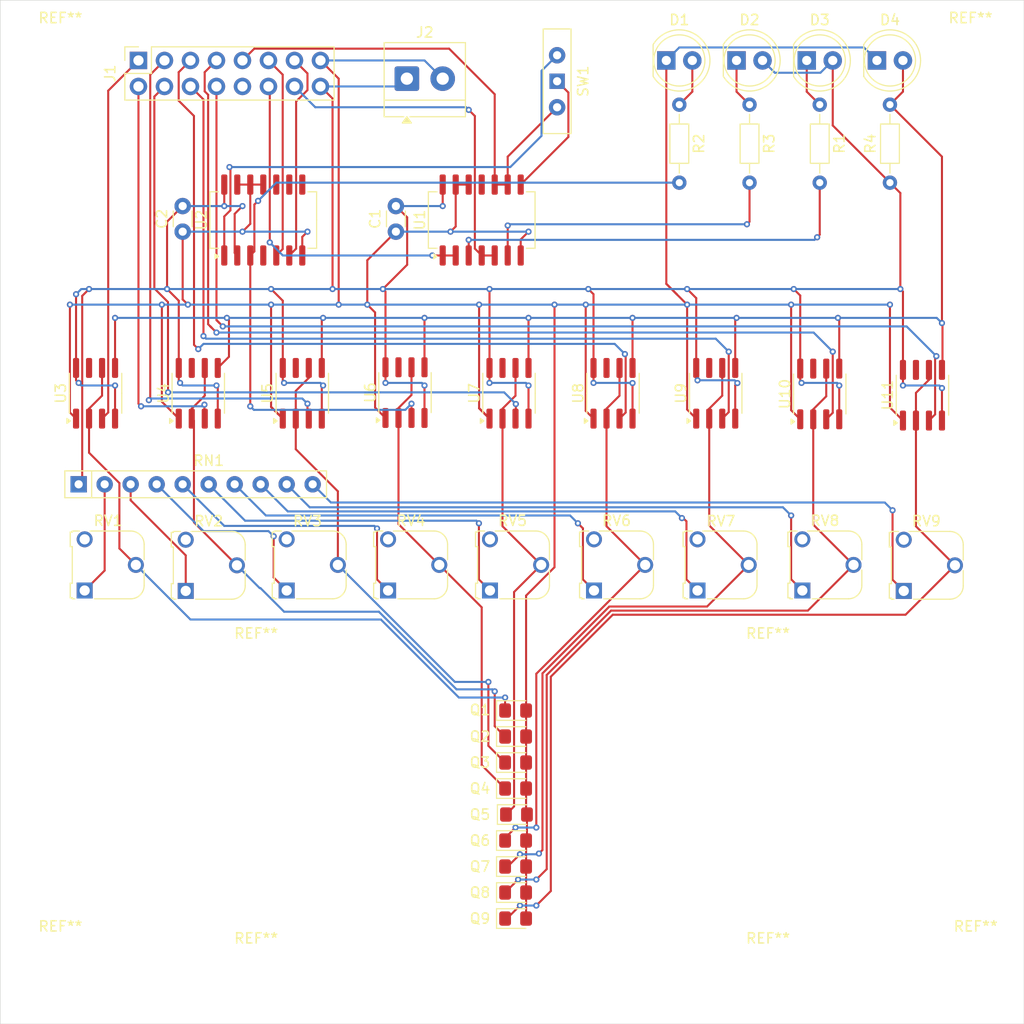
<source format=kicad_pcb>
(kicad_pcb (version 20241229) (generator "pcbnew") (generator_version "9.0")
  (layers (0 "F.Cu" signal) (2 "B.Cu" signal) (13 "F.Paste" user) (15 "B.Paste" user) (5 "F.SilkS" user "F.Silkscreen") (7 "B.SilkS" user "B.Silkscreen") (1 "F.Mask" user) (3 "B.Mask" user) (25 "Edge.Cuts" user))
  (net 0 "")
  (net 1 "Net-(Q1-C)")
  (net 2 "GND")
  (net 3 "Net-(Q2-C)")
  (net 4 "Net-(Q3-C)")
  (net 5 "Net-(Q4-C)")
  (net 6 "Net-(Q5-C)")
  (net 7 "Net-(Q6-C)")
  (net 8 "Net-(Q7-C)")
  (net 9 "Net-(Q8-C)")
  (net 10 "Net-(Q9-C)")
  (net 11 "+5V")
  (net 12 "Net-(D4-A)")
  (net 13 "D0")
  (net 14 "D1")
  (net 16 "D2")
  (net 18 "D3")
  (net 21 "D4")
  (net 23 "D5")
  (net 24 "D6")
  (net 27 "D7")
  (net 28 "Net-(D1-A)")
  (net 29 "Net-(D2-K)")
  (net 30 "Net-(D3-K)")
  (net 31 "RDA")
  (net 32 "ACK{slash}ACKB")
  (net 33 "S1")
  (net 35 "S2")
  (net 36 "RDAB")
  (net 37 "Net-(R1-Pad2)")
  (net 38 "Net-(U2A-C)")
  (net 39 "Net-(R3-Pad2)")
  (net 40 "Net-(SW1-B)")
  (net 41 "Net-(SW1-A)")
  (net 49 "Net-(RN1-R4)")
  (net 50 "Net-(RN1-R2)")
  (net 51 "Net-(RN1-R1)")
  (net 52 "Net-(RN1-R9)")
  (net 53 "Net-(RN1-R5)")
  (net 54 "Net-(RN1-R7)")
  (net 55 "Net-(RN1-R8)")
  (net 56 "Net-(RN1-R3)")
  (net 57 "Net-(RN1-R6)")
  (footprint "Capacitor_THT:C_Disc_D3.0mm_W1.6mm_P2.50mm" (layer "F.Cu") (at 67.818 70.104 -90)
    (property "Reference" "C2")
    (property "Value" "0.1uF" (hide yes))
  )
  (footprint "Package_SO:SOIC-8_3.9x4.9mm_P1.27mm" (layer "F.Cu") (at 89.535 88.327 90)
    (property "Reference" "U6")
    (property "Value" "ICM7555xB")
  )
  (footprint "LED_SMD:LED_0805_2012Metric_Pad1.15x1.40mm_HandSolder" (layer "F.Cu") (at 100.339 119.38)
    (property "Reference" "Q1")
    (property "Value" "H10TB" (hide yes))
  )
  (footprint "Package_SO:SO-14_5.3x10.2mm_P1.27mm" (layer "F.Cu") (at 75.692 71.4675 90)
    (property "Reference" "U2")
    (property "Value" "74LS74")
  )
  (footprint "Potentiometer_THT:Potentiometer_Runtron_RM-065_Vertical" (layer "F.Cu") (at 87.884 107.656 90)
    (property "Reference" "RV4")
    (property "Value" "10K" (hide yes))
  )
  (footprint "Potentiometer_THT:Potentiometer_Runtron_RM-065_Vertical" (layer "F.Cu") (at 58.246 107.656 90)
    (property "Reference" "RV1")
    (property "Value" "10K" (hide yes))
  )
  (footprint "MountingHole:MountingHole_2.2mm_M2" (layer "F.Cu") (at 75 115)
    (property "Reference" "REF**")
    (property "Value" "M5")
  )
  (footprint "MountingHole:MountingHole_2.2mm_M2" (layer "F.Cu") (at 75 144.78)
    (property "Reference" "REF**")
    (property "Value" "M6")
  )
  (footprint "LED_SMD:LED_0805_2012Metric_Pad1.15x1.40mm_HandSolder" (layer "F.Cu") (at 100.424 129.54)
    (property "Reference" "Q5")
    (property "Value" "H10TB" (hide yes))
  )
  (footprint "Package_SO:SO-14_5.3x10.2mm_P1.27mm" (layer "F.Cu") (at 97.028 71.4675 90)
    (property "Reference" "U1")
    (property "Value" "74LS37")
  )
  (footprint "Button_Switch_THT:SW_Slide-03_Wuerth-WS-SLTV_10x2.5x6.4_P2.54mm" (layer "F.Cu") (at 104.394 57.912 -90)
    (property "Reference" "SW1")
    (property "Value" "ACK or ACKB")
  )
  (footprint "Potentiometer_THT:Potentiometer_Runtron_RM-065_Vertical" (layer "F.Cu") (at 118.11 107.656 90)
    (property "Reference" "RV7")
    (property "Value" "10K" (hide yes))
  )
  (footprint "LED_THT:LED_D5.0mm" (layer "F.Cu") (at 128.778 55.88)
    (property "Reference" "D3")
    (property "Value" "LED" (hide yes))
  )
  (footprint "Potentiometer_THT:Potentiometer_Runtron_RM-065_Vertical" (layer "F.Cu") (at 97.836 107.656 90)
    (property "Reference" "RV5")
    (property "Value" "10K" (hide yes))
  )
  (footprint "Potentiometer_THT:Potentiometer_Runtron_RM-065_Vertical" (layer "F.Cu") (at 77.978 107.656 90)
    (property "Reference" "RV3")
    (property "Value" "10K" (hide yes))
  )
  (footprint "Potentiometer_THT:Potentiometer_Runtron_RM-065_Vertical" (layer "F.Cu") (at 128.35 107.656 90)
    (property "Reference" "RV8")
    (property "Value" "10K" (hide yes))
  )
  (footprint "LED_THT:LED_D5.0mm" (layer "F.Cu") (at 115.062 55.88)
    (property "Reference" "D1")
    (property "Value" "LED" (hide yes))
  )
  (footprint "Connector_PinSocket_2.54mm:PinSocket_2x08_P2.54mm_Vertical" (layer "F.Cu") (at 63.5 55.88 90)
    (property "Reference" "J1")
    (property "Value" "Data and power connector")
  )
  (footprint "Potentiometer_THT:Potentiometer_Runtron_RM-065_Vertical" (layer "F.Cu") (at 68.118 107.696 90)
    (property "Reference" "RV2")
    (property "Value" "10K" (hide yes))
  )
  (footprint "LED_SMD:LED_0805_2012Metric_Pad1.15x1.40mm_HandSolder" (layer "F.Cu") (at 100.339 132.08)
    (property "Reference" "Q6")
    (property "Value" "H10TB" (hide yes))
  )
  (footprint "Resistor_THT:R_Axial_DIN0204_L3.6mm_D1.6mm_P7.62mm_Horizontal" (layer "F.Cu") (at 116.332 60.198 -90)
    (property "Reference" "R2")
    (property "Value" "220")
  )
  (footprint "Package_SO:SOIC-8_3.9x4.9mm_P1.27mm" (layer "F.Cu") (at 69.342 88.392 90)
    (property "Reference" "U4")
    (property "Value" "ICM7555xB")
  )
  (footprint "Package_SO:SOIC-8_3.9x4.9mm_P1.27mm" (layer "F.Cu") (at 140.081 88.581 90)
    (property "Reference" "U11")
    (property "Value" "ICM7555xB")
  )
  (footprint "LED_THT:LED_D5.0mm" (layer "F.Cu") (at 121.92 55.88)
    (property "Reference" "D2")
    (property "Value" "LED" (hide yes))
  )
  (footprint "TerminalBlock_4Ucon:TerminalBlock_4Ucon_1x02_P3.50mm_Horizontal" (layer "F.Cu") (at 89.718 57.658)
    (property "Reference" "J2")
    (property "Value" "Illumination Power Jack")
  )
  (footprint "Package_SO:SOIC-8_3.9x4.9mm_P1.27mm" (layer "F.Cu") (at 59.309 88.392 90)
    (property "Reference" "U3")
    (property "Value" "ICM7555xB")
  )
  (footprint "MountingHole:MountingHole_3.2mm_M3" (layer "F.Cu") (at 55.88 144.78)
    (property "Reference" "REF**")
    (property "Value" "M2")
  )
  (footprint "MountingHole:MountingHole_3.2mm_M3" (layer "F.Cu") (at 144.78 144.78)
    (property "Reference" "REF**")
    (property "Value" "M4")
  )
  (footprint "Package_SO:SOIC-8_3.9x4.9mm_P1.27mm" (layer "F.Cu") (at 99.695 88.392 90)
    (property "Reference" "U7")
    (property "Value" "ICM7555xB")
  )
  (footprint "LED_THT:LED_D5.0mm" (layer "F.Cu") (at 135.636 55.88)
    (property "Reference" "D4")
    (property "Value" "LED" (hide yes))
  )
  (footprint "Capacitor_THT:C_Disc_D3.0mm_W1.6mm_P2.50mm" (layer "F.Cu") (at 88.646 70.104 -90)
    (property "Reference" "C1")
    (property "Value" "0.1uF" (hide yes))
  )
  (footprint "Potentiometer_THT:Potentiometer_Runtron_RM-065_Vertical" (layer "F.Cu") (at 107.996 107.656 90)
    (property "Reference" "RV6")
    (property "Value" "10K" (hide yes))
  )
  (footprint "MountingHole:MountingHole_2.2mm_M2" (layer "F.Cu") (at 125 144.78)
    (property "Reference" "REF**")
    (property "Value" "M8")
  )
  (footprint "Resistor_THT:R_Array_SIP10" (layer "F.Cu") (at 57.658 97.282)
    (property "Reference" "RN1")
    (property "Value" "20K" (hide yes))
  )
  (footprint "Package_SO:SOIC-8_3.9x4.9mm_P1.27mm" (layer "F.Cu") (at 119.888 88.392 90)
    (property "Reference" "U9")
    (property "Value" "ICM7555xB")
  )
  (footprint "MountingHole:MountingHole_3.2mm_M3" (layer "F.Cu") (at 144.78 55.88)
    (property "Reference" "REF**")
    (property "Value" "M3")
  )
  (footprint "MountingHole:MountingHole_2.2mm_M2" (layer "F.Cu") (at 125 115)
    (property "Reference" "REF**")
    (property "Value" "M7")
  )
  (footprint "LED_SMD:LED_0805_2012Metric_Pad1.15x1.40mm_HandSolder" (layer "F.Cu") (at 100.339 134.62)
    (property "Reference" "Q7")
    (property "Value" "H10TB" (hide yes))
  )
  (footprint "LED_SMD:LED_0805_2012Metric_Pad1.15x1.40mm_HandSolder" (layer "F.Cu") (at 100.339 127)
    (property "Reference" "Q4")
    (property "Value" "H10TB" (hide yes))
  )
  (footprint "Resistor_THT:R_Axial_DIN0204_L3.6mm_D1.6mm_P7.62mm_Horizontal" (layer "F.Cu") (at 123.19 60.198 -90)
    (property "Reference" "R3")
    (property "Value" "220")
  )
  (footprint "LED_SMD:LED_0805_2012Metric_Pad1.15x1.40mm_HandSolder" (layer "F.Cu") (at 100.339 121.92)
    (property "Reference" "Q2")
    (property "Value" "H10TB" (hide yes))
  )
  (footprint "MountingHole:MountingHole_3.2mm_M3" (layer "F.Cu") (at 55.88 55.88)
    (property "Reference" "REF**")
    (property "Value" "M1")
  )
  (footprint "Package_SO:SOIC-8_3.9x4.9mm_P1.27mm" (layer "F.Cu") (at 79.502 88.392 90)
    (property "Reference" "U5")
    (property "Value" "ICM7555xB")
  )
  (footprint "Package_SO:SOIC-8_3.9x4.9mm_P1.27mm" (layer "F.Cu") (at 130.048 88.457 90)
    (property "Reference" "U10")
    (property "Value" "ICM7555xB")
  )
  (footprint "Potentiometer_THT:Potentiometer_Runtron_RM-065_Vertical" (layer "F.Cu") (at 138.256 107.696 90)
    (property "Reference" "RV9")
    (property "Value" "10K")
  )
  (footprint "Package_SO:SOIC-8_3.9x4.9mm_P1.27mm" (layer "F.Cu") (at 109.855 88.392 90)
    (property "Reference" "U8")
    (property "Value" "ICM7555xB")
  )
  (footprint "LED_SMD:LED_0805_2012Metric_Pad1.15x1.40mm_HandSolder" (layer "F.Cu") (at 100.339 124.46)
    (property "Reference" "Q3")
    (property "Value" "H10TB" (hide yes))
  )
  (footprint "LED_SMD:LED_0805_2012Metric_Pad1.15x1.40mm_HandSolder" (layer "F.Cu") (at 100.339 137.16)
    (property "Reference" "Q8")
    (property "Value" "H10TB" (hide yes))
  )
  (footprint "Resistor_THT:R_Axial_DIN0204_L3.6mm_D1.6mm_P7.62mm_Horizontal" (layer "F.Cu") (at 130.048 60.198 -90)
    (property "Reference" "R1")
    (property "Value" "220")
  )
  (footprint "Resistor_THT:R_Axial_DIN0204_L3.6mm_D1.6mm_P7.62mm_Horizontal" (layer "F.Cu") (at 136.906 67.818 90)
    (property "Reference" "R4")
    (property "Value" "220")
  )
  (footprint "LED_SMD:LED_0805_2012Metric_Pad1.15x1.40mm_HandSolder" (layer "F.Cu") (at 100.339 139.7)
    (property "Reference" "Q9")
    (property "Value" "H10TB" (hide yes))
  )
  (gr_line (start 150 50) (end 150 150) (stroke (width 0.05)) (layer "Edge.Cuts"))
  (gr_line (start 50 150) (end 50 50) (stroke (width 0.05)) (layer "Edge.Cuts"))
  (gr_line (start 150 150) (end 50 150) (stroke (width 0.05)) (layer "Edge.Cuts"))
  (gr_line (start 50 50) (end 150 50) (stroke (width 0.05)) (layer "Edge.Cuts"))
  (segment (start 58.674 90.867) (end 58.674 89.892001) (width 0.2) (layer "F.Cu") (net 1))
  (segment (start 58.674 94.20095) (end 61.637 97.16395) (width 0.2) (layer "F.Cu") (net 1))
  (segment (start 58.674 90.867) (end 58.674 94.20095) (width 0.2) (layer "F.Cu") (net 1))
  (segment (start 58.674 89.892001) (end 59.944 88.622001) (width 0.2) (layer "F.Cu") (net 1))
  (segment (start 99.314 119.38) (end 99.314 118.11) (width 0.2) (layer "F.Cu") (net 1))
  (segment (start 59.944 88.622001) (end 59.944 85.917) (width 0.2) (layer "F.Cu") (net 1))
  (segment (start 61.637 103.547) (end 63.246 105.156) (width 0.2) (layer "F.Cu") (net 1))
  (segment (start 61.637 97.16395) (end 61.637 103.547) (width 0.2) (layer "F.Cu") (net 1))
  (via (at 99.314 118.11) (size 0.6) (drill 0.3) (layers "F.Cu" "B.Cu") (net 1))
  (segment (start 99.314 118.11) (end 94.7978 118.11) (width 0.2) (layer "B.Cu") (net 1))
  (segment (start 68.58 110.49) (end 63.246 105.156) (width 0.2) (layer "B.Cu") (net 1))
  (segment (start 94.7978 118.11) (end 87.1778 110.49) (width 0.2) (layer "B.Cu") (net 1))
  (segment (start 87.1778 110.49) (end 68.58 110.49) (width 0.2) (layer "B.Cu") (net 1))
  (segment (start 101.449 129.54) (end 101.449 131.995) (width 0.2) (layer "F.Cu") (net 2))
  (segment (start 94.488 68.005) (end 94.488 72.096) (width 0.2) (layer "F.Cu") (net 2))
  (segment (start 85.852 75.398) (end 88.646 72.604) (width 0.2) (layer "F.Cu") (net 2))
  (segment (start 86.614 80.494001) (end 86.614 89.786) (width 0.2) (layer "F.Cu") (net 2))
  (segment (start 101.364 119.38) (end 101.364 108.156765) (width 0.2) (layer "F.Cu") (net 2))
  (segment (start 100.838 73.366) (end 101.6 72.604) (width 0.2) (layer "F.Cu") (net 2))
  (segment (start 100.838 74.93) (end 100.838 73.366) (width 0.2) (layer "F.Cu") (net 2))
  (segment (start 101.364 132.08) (end 101.364 134.62) (width 0.2) (layer "F.Cu") (net 2))
  (segment (start 101.364 134.62) (end 101.364 137.16) (width 0.2) (layer "F.Cu") (net 2))
  (segment (start 138.176 91.056) (end 136.906 89.786) (width 0.2) (layer "F.Cu") (net 2))
  (segment (start 56.804 79.732001) (end 56.804 90.267) (width 0.2) (layer "F.Cu") (net 2))
  (segment (start 96.774 79.732001) (end 96.774 89.851) (width 0.2) (layer "F.Cu") (net 2))
  (segment (start 136.906 89.786) (end 136.906 79.732001) (width 0.2) (layer "F.Cu") (net 2))
  (segment (start 73.152 68.005) (end 74.422 68.005) (width 0.2) (layer "F.Cu") (net 2))
  (segment (start 67.818 79.224001) (end 67.818 72.604) (width 0.2) (layer "F.Cu") (net 2))
  (segment (start 101.364 119.38) (end 101.364 121.92) (width 0.2) (layer "F.Cu") (net 2))
  (segment (start 96.774 89.851) (end 97.4295 90.506501) (width 0.2) (layer "F.Cu") (net 2))
  (segment (start 101.364 127) (end 101.364 129.455) (width 0.2) (layer "F.Cu") (net 2))
  (segment (start 74.422 68.005) (end 74.422 71.842) (width 0.2) (layer "F.Cu") (net 2))
  (segment (start 101.449 131.995) (end 101.364 132.08) (width 0.2) (layer "F.Cu") (net 2))
  (segment (start 101.364 129.455) (end 101.449 129.54) (width 0.2) (layer "F.Cu") (net 2))
  (segment (start 76.454 89.724) (end 77.173 90.443001) (width 0.2) (layer "F.Cu") (net 2))
  (segment (start 65.786 89.216) (end 67.437 90.867) (width 0.2) (layer "F.Cu") (net 2))
  (segment (start 116.089999 78.728001) (end 117.094 79.732001) (width 0.2) (layer "F.Cu") (net 2))
  (segment (start 115.062 77.700001) (end 116.089999 78.728001) (width 0.2) (layer "F.Cu") (net 2))
  (segment (start 94.488 72.096) (end 93.98 72.604) (width 0.2) (layer "F.Cu") (net 2))
  (segment (start 101.364 124.46) (end 101.364 127) (width 0.2) (layer "F.Cu") (net 2))
  (segment (start 74.422 71.842) (end 73.66 72.604) (width 0.2) (layer "F.Cu") (net 2))
  (segment (start 127.254 90.043) (end 127.254 79.732001) (width 0.2) (layer "F.Cu") (net 2))
  (segment (start 83.058 79.732001) (end 83.058 57.658) (width 0.2) (layer "F.Cu") (net 2))
  (segment (start 76.454 89.724001) (end 77.173 90.443001) (width 0.2) (layer "F.Cu") (net 2))
  (segment (start 128.143 90.932) (end 127.254 90.043) (width 0.2) (layer "F.Cu") (net 2))
  (segment (start 76.454 89.724) (end 76.454 79.732001) (width 0.2) (layer "F.Cu") (net 2))
  (segment (start 65.786 89.216) (end 65.786 79.732001) (width 0.2) (layer "F.Cu") (net 2))
  (segment (start 86.614 89.786) (end 87.63 90.802) (width 0.2) (layer "F.Cu") (net 2))
  (segment (start 79.502 73.112) (end 80.01 72.604) (width 0.2) (layer "F.Cu") (net 2))
  (segment (start 101.364 121.92) (end 101.364 124.46) (width 0.2) (layer "F.Cu") (net 2))
  (segment (start 107.188 90.105) (end 107.188 79.732001) (width 0.2) (layer "F.Cu") (net 2))
  (segment (start 85.852 79.732001) (end 85.852 75.398) (width 0.2) (layer "F.Cu") (net 2))
  (segment (start 101.364 108.156765) (end 104.14 105.380765) (width 0.2) (layer "F.Cu") (net 2))
  (segment (start 96.774 89.851001) (end 97.4295 90.506501) (width 0.2) (layer "F.Cu") (net 2))
  (segment (start 107.188 90.105) (end 107.95 90.867) (width 0.2) (layer "F.Cu") (net 2))
  (segment (start 117.094 89.978) (end 117.094 79.732001) (width 0.2) (layer "F.Cu") (net 2))
  (segment (start 97.4295 90.506501) (end 97.79 90.867) (width 0.2) (layer "F.Cu") (net 2))
  (segment (start 117.094 89.978) (end 117.983 90.867) (width 0.2) (layer "F.Cu") (net 2))
  (segment (start 101.364 137.16) (end 101.364 139.7) (width 0.2) (layer "F.Cu") (net 2))
  (segment (start 115.062 77.700002) (end 115.062 55.88) (width 0.2) (layer "F.Cu") (net 2))
  (segment (start 96.774 89.851) (end 97.79 90.867) (width 0.2) (layer "F.Cu") (net 2))
  (segment (start 75.692 68.005) (end 74.422 68.005) (width 0.2) (layer "F.Cu") (net 2))
  (segment (start 85.852 79.732001) (end 86.614 80.494001) (width 0.2) (layer "F.Cu") (net 2))
  (segment (start 68.326 79.732001) (end 67.818 79.224001) (width 0.2) (layer "F.Cu") (net 2))
  (segment (start 76.454 89.724) (end 77.597 90.867) (width 0.2) (layer "F.Cu") (net 2))
  (segment (start 116.089999 78.728001) (end 115.062 77.700002) (width 0.2) (layer "F.Cu") (net 2))
  (segment (start 77.173 90.443001) (end 77.597 90.867) (width 0.2) (layer "F.Cu") (net 2))
  (segment (start 94.488 68.005) (end 95.758 68.005) (width 0.2) (layer "F.Cu") (net 2))
  (segment (start 79.502 74.93) (end 79.502 73.112) (width 0.2) (layer "F.Cu") (net 2))
  (segment (start 83.058 57.658) (end 81.28 55.88) (width 0.2) (layer "F.Cu") (net 2))
  (segment (start 104.14 105.380765) (end 104.14 79.732001) (width 0.2) (layer "F.Cu") (net 2))
  (segment (start 56.804 90.267) (end 57.404 90.867) (width 0.2) (layer "F.Cu") (net 2))
  (via (at 56.804 79.732001) (size 0.6) (drill 0.3) (layers "F.Cu" "B.Cu") (net 2))
  (via (at 93.98 72.604) (size 0.6) (drill 0.3) (layers "F.Cu" "B.Cu") (net 2))
  (via (at 85.852 79.732001) (size 0.6) (drill 0.3) (layers "F.Cu" "B.Cu") (net 2))
  (via (at 107.188 79.732001) (size 0.6) (drill 0.3) (layers "F.Cu" "B.Cu") (net 2))
  (via (at 127.254 79.732001) (size 0.6) (drill 0.3) (layers "F.Cu" "B.Cu") (net 2))
  (via (at 104.14 79.732001) (size 0.6) (drill 0.3) (layers "F.Cu" "B.Cu") (net 2))
  (via (at 96.774 79.732001) (size 0.6) (drill 0.3) (layers "F.Cu" "B.Cu") (net 2))
  (via (at 73.66 72.604) (size 0.6) (drill 0.3) (layers "F.Cu" "B.Cu") (net 2))
  (via (at 76.454 79.732001) (size 0.6) (drill 0.3) (layers "F.Cu" "B.Cu") (net 2))
  (via (at 136.906 79.732001) (size 0.6) (drill 0.3) (layers "F.Cu" "B.Cu") (net 2))
  (via (at 83.058 79.732001) (size 0.6) (drill 0.3) (layers "F.Cu" "B.Cu") (net 2))
  (via (at 80.01 72.604) (size 0.6) (drill 0.3) (layers "F.Cu" "B.Cu") (net 2))
  (via (at 101.6 72.604) (size 0.6) (drill 0.3) (layers "F.Cu" "B.Cu") (net 2))
  (via (at 65.786 79.732001) (size 0.6) (drill 0.3) (layers "F.Cu" "B.Cu") (net 2))
  (via (at 117.094 79.732001) (size 0.6) (drill 0.3) (layers "F.Cu" "B.Cu") (net 2))
  (via (at 68.326 79.732001) (size 0.6) (drill 0.3) (layers "F.Cu" "B.Cu") (net 2))
  (segment (start 83.058 79.732001) (end 85.852 79.732001) (width 0.2) (layer "B.Cu") (net 2))
  (segment (start 88.646 72.604) (end 93.98 72.604) (width 0.2) (layer "B.Cu") (net 2))
  (segment (start 107.188 79.732001) (end 117.094 79.732001) (width 0.2) (layer "B.Cu") (net 2))
  (segment (start 116.332 54.61) (end 134.366 54.61) (width 0.2) (layer "B.Cu") (net 2))
  (segment (start 67.818 72.604) (end 73.66 72.604) (width 0.2) (layer "B.Cu") (net 2))
  (segment (start 93.98 72.604) (end 101.6 72.604) (width 0.2) (layer "B.Cu") (net 2))
  (segment (start 65.786 79.732001) (end 56.804 79.732001) (width 0.2) (layer "B.Cu") (net 2))
  (segment (start 117.094 79.732001) (end 127.254 79.732001) (width 0.2) (layer "B.Cu") (net 2))
  (segment (start 81.28 55.88) (end 91.44 55.88) (width 0.2) (layer "B.Cu") (net 2))
  (segment (start 104.14 79.732001) (end 107.188 79.732001) (width 0.2) (layer "B.Cu") (net 2))
  (segment (start 76.454 79.732001) (end 68.326 79.732001) (width 0.2) (layer "B.Cu") (net 2))
  (segment (start 76.454 79.732001) (end 83.058 79.732001) (width 0.2) (layer "B.Cu") (net 2))
  (segment (start 134.366 54.61) (end 135.636 55.88) (width 0.2) (layer "B.Cu") (net 2))
  (segment (start 85.852 79.732001) (end 96.774 79.732001) (width 0.2) (layer "B.Cu") (net 2))
  (segment (start 96.774 79.732001) (end 104.14 79.732001) (width 0.2) (layer "B.Cu") (net 2))
  (segment (start 68.326 79.732001) (end 65.786 79.732001) (width 0.2) (layer "B.Cu") (net 2))
  (segment (start 91.44 55.88) (end 93.218 57.658) (width 0.2) (layer "B.Cu") (net 2))
  (segment (start 127.254 79.732001) (end 136.906 79.732001) (width 0.2) (layer "B.Cu") (net 2))
  (segment (start 73.66 72.604) (end 80.01 72.604) (width 0.2) (layer "B.Cu") (net 2))
  (segment (start 115.062 55.88) (end 116.332 54.61) (width 0.2) (layer "B.Cu") (net 2))
  (segment (start 68.707 90.867) (end 68.707 89.892001) (width 0.2) (layer "F.Cu") (net 3))
  (segment (start 99.314 121.92) (end 98.298 120.904) (width 0.2) (layer "F.Cu") (net 3))
  (segment (start 73.118 105.196) (end 68.919 100.997) (width 0.2) (layer "F.Cu") (net 3))
  (segment (start 98.298 120.904) (end 98.298 117.51) (width 0.2) (layer "F.Cu") (net 3))
  (segment (start 68.919 91.079) (end 68.707 90.867) (width 0.2) (layer "F.Cu") (net 3))
  (segment (start 68.707 89.892001) (end 69.977 88.622001) (width 0.2) (layer "F.Cu") (net 3))
  (segment (start 69.977 88.622001) (end 69.977 85.917) (width 0.2) (layer "F.Cu") (net 3))
  (segment (start 68.919 100.997) (end 68.919 91.079) (width 0.2) (layer "F.Cu") (net 3))
  (via (at 98.298 117.51) (size 0.6) (drill 0.3) (layers "F.Cu" "B.Cu") (net 3))
  (segment (start 77.724 109.728) (end 75.41455 107.41855) (width 0.2) (layer "B.Cu") (net 3))
  (segment (start 86.9829 109.728) (end 77.724 109.728) (width 0.2) (layer "B.Cu") (net 3))
  (segment (start 98.298 117.51) (end 98.099 117.311) (width 0.2) (layer "B.Cu") (net 3))
  (segment (start 75.34055 107.41855) (end 73.118 105.196) (width 0.2) (layer "B.Cu") (net 3))
  (segment (start 75.41455 107.41855) (end 75.34055 107.41855) (width 0.2) (layer "B.Cu") (net 3))
  (segment (start 94.5659 117.311) (end 86.9829 109.728) (width 0.2) (layer "B.Cu") (net 3))
  (segment (start 98.099 117.311) (end 94.5659 117.311) (width 0.2) (layer "B.Cu") (net 3))
  (segment (start 97.67905 116.586) (end 97.67905 122.82505) (width 0.2) (layer "F.Cu") (net 4))
  (segment (start 78.867 93.853) (end 78.867 90.867) (width 0.2) (layer "F.Cu") (net 4))
  (segment (start 82.978 97.964) (end 78.867 93.853) (width 0.2) (layer "F.Cu") (net 4))
  (segment (start 80.137 85.917) (end 80.137 86.891999) (width 0.2) (layer "F.Cu") (net 4))
  (segment (start 97.67905 122.82505) (end 99.314 124.46) (width 0.2) (layer "F.Cu") (net 4))
  (segment (start 80.137 86.891999) (end 78.867 88.161999) (width 0.2) (layer "F.Cu") (net 4))
  (segment (start 82.978 105.156) (end 82.978 97.964) (width 0.2) (layer "F.Cu") (net 4))
  (segment (start 78.867 88.161999) (end 78.867 90.867) (width 0.2) (layer "F.Cu") (net 4))
  (via (at 97.67905 116.586) (size 0.6) (drill 0.3) (layers "F.Cu" "B.Cu") (net 4))
  (segment (start 94.408 116.586) (end 82.978 105.156) (width 0.2) (layer "B.Cu") (net 4))
  (segment (start 97.67905 116.586) (end 94.408 116.586) (width 0.2) (layer "B.Cu") (net 4))
  (segment (start 88.9 90.802) (end 88.9 89.827001) (width 0.2) (layer "F.Cu") (net 5))
  (segment (start 97.028 124.714) (end 99.314 127) (width 0.2) (layer "F.Cu") (net 5))
  (segment (start 92.884 105.156) (end 88.9 101.172) (width 0.2) (layer "F.Cu") (net 5))
  (segment (start 88.9 101.172) (end 88.9 90.802) (width 0.2) (layer "F.Cu") (net 5))
  (segment (start 97.028 109.3) (end 97.028 124.714) (width 0.2) (layer "F.Cu") (net 5))
  (segment (start 92.884 105.156) (end 97.028 109.3) (width 0.2) (layer "F.Cu") (net 5))
  (segment (start 90.17 88.557001) (end 90.17 85.852) (width 0.2) (layer "F.Cu") (net 5))
  (segment (start 88.9 89.827001) (end 90.17 88.557001) (width 0.2) (layer "F.Cu") (net 5))
  (segment (start 99.06 90.867) (end 99.06 89.892001) (width 0.2) (layer "F.Cu") (net 6))
  (segment (start 100.33 88.622001) (end 100.33 85.917) (width 0.2) (layer "F.Cu") (net 6))
  (segment (start 100.19 107.802) (end 100.19 128.749) (width 0.2) (layer "F.Cu") (net 6))
  (segment (start 102.836 105.156) (end 99.06 101.38) (width 0.2) (layer "F.Cu") (net 6))
  (segment (start 100.19 128.749) (end 99.399 129.54) (width 0.2) (layer "F.Cu") (net 6))
  (segment (start 99.06 89.892001) (end 100.33 88.622001) (width 0.2) (layer "F.Cu") (net 6))
  (segment (start 99.06 101.38) (end 99.06 90.867) (width 0.2) (layer "F.Cu") (net 6))
  (segment (start 102.836 105.156) (end 100.19 107.802) (width 0.2) (layer "F.Cu") (net 6))
  (segment (start 102.362 130.81) (end 102.362 115.79) (width 0.2) (layer "F.Cu") (net 7))
  (segment (start 109.22 101.38) (end 109.22 90.867) (width 0.2) (layer "F.Cu") (net 7))
  (segment (start 112.996 105.156) (end 109.22 101.38) (width 0.2) (layer "F.Cu") (net 7))
  (segment (start 110.49 88.622001) (end 110.49 85.917) (width 0.2) (layer "F.Cu") (net 7))
  (segment (start 99.314 132.08) (end 99.314 131.826) (width 0.2) (layer "F.Cu") (net 7))
  (segment (start 102.362 115.79) (end 112.996 105.156) (width 0.2) (layer "F.Cu") (net 7))
  (segment (start 109.22 90.867) (end 109.22 89.892001) (width 0.2) (layer "F.Cu") (net 7))
  (segment (start 109.22 89.892001) (end 110.49 88.622001) (width 0.2) (layer "F.Cu") (net 7))
  (segment (start 99.314 131.826) (end 100.33 130.81) (width 0.2) (layer "F.Cu") (net 7))
  (via (at 102.362 130.81) (size 0.6) (drill 0.3) (layers "F.Cu" "B.Cu") (net 7))
  (via (at 100.33 130.81) (size 0.6) (drill 0.3) (layers "F.Cu" "B.Cu") (net 7))
  (segment (start 100.33 130.81) (end 102.362 130.81) (width 0.2) (layer "B.Cu") (net 7))
  (segment (start 123.11 105.156) (end 119.253 101.299) (width 0.2) (layer "F.Cu") (net 8))
  (segment (start 102.616 133.35) (end 102.963 133.003) (width 0.2) (layer "F.Cu") (net 8))
  (segment (start 99.564 134.62) (end 100.764 133.42) (width 0.2) (layer "F.Cu") (net 8))
  (segment (start 119.046 109.22) (end 123.11 105.156) (width 0.2) (layer "F.Cu") (net 8))
  (segment (start 120.523 88.622001) (end 120.523 85.917) (width 0.2) (layer "F.Cu") (net 8))
  (segment (start 102.963 115.7561) (end 109.4991 109.22) (width 0.2) (layer "F.Cu") (net 8))
  (segment (start 119.253 101.299) (end 119.253 90.867) (width 0.2) (layer "F.Cu") (net 8))
  (segment (start 99.314 134.62) (end 99.564 134.62) (width 0.2) (layer "F.Cu") (net 8))
  (segment (start 119.253 89.892001) (end 120.523 88.622001) (width 0.2) (layer "F.Cu") (net 8))
  (segment (start 109.4991 109.22) (end 119.046 109.22) (width 0.2) (layer "F.Cu") (net 8))
  (segment (start 102.963 133.003) (end 102.963 115.7561) (width 0.2) (layer "F.Cu") (net 8))
  (segment (start 119.253 90.867) (end 119.253 89.892001) (width 0.2) (layer "F.Cu") (net 8))
  (via (at 100.764 133.42) (size 0.6) (drill 0.3) (layers "F.Cu" "B.Cu") (net 8))
  (via (at 102.616 133.35) (size 0.6) (drill 0.3) (layers "F.Cu" "B.Cu") (net 8))
  (segment (start 100.764 133.42) (end 102.546 133.42) (width 0.2) (layer "B.Cu") (net 8))
  (segment (start 102.546 133.42) (end 102.616 133.35) (width 0.2) (layer "B.Cu") (net 8))
  (segment (start 102.362 135.89) (end 103.378 134.874) (width 0.2) (layer "F.Cu") (net 9))
  (segment (start 129.413 89.957001) (end 130.683 88.687001) (width 0.2) (layer "F.Cu") (net 9))
  (segment (start 130.683 88.687001) (end 130.683 85.982) (width 0.2) (layer "F.Cu") (net 9))
  (segment (start 99.314 137.16) (end 100.584 135.89) (width 0.2) (layer "F.Cu") (net 9))
  (segment (start 109.6652 109.621) (end 128.885 109.621) (width 0.2) (layer "F.Cu") (net 9))
  (segment (start 133.35 105.156) (end 129.413 101.219) (width 0.2) (layer "F.Cu") (net 9))
  (segment (start 128.885 109.621) (end 133.35 105.156) (width 0.2) (layer "F.Cu") (net 9))
  (segment (start 103.378 115.9082) (end 109.6652 109.621) (width 0.2) (layer "F.Cu") (net 9))
  (segment (start 129.413 101.219) (end 129.413 90.932) (width 0.2) (layer "F.Cu") (net 9))
  (segment (start 103.378 134.874) (end 103.378 115.9082) (width 0.2) (layer "F.Cu") (net 9))
  (segment (start 129.413 90.932) (end 129.413 89.957001) (width 0.2) (layer "F.Cu") (net 9))
  (via (at 100.584 135.89) (size 0.6) (drill 0.3) (layers "F.Cu" "B.Cu") (net 9))
  (via (at 102.362 135.89) (size 0.6) (drill 0.3) (layers "F.Cu" "B.Cu") (net 9))
  (segment (start 100.584 135.89) (end 102.362 135.89) (width 0.2) (layer "B.Cu") (net 9))
  (segment (start 102.362 138.43) (end 103.779 137.013) (width 0.2) (layer "F.Cu") (net 10))
  (segment (start 103.779 116.0743) (end 109.8313 110.022) (width 0.2) (layer "F.Cu") (net 10))
  (segment (start 103.779 137.013) (end 103.779 116.0743) (width 0.2) (layer "F.Cu") (net 10))
  (segment (start 143.256 105.196) (end 139.446 101.386) (width 0.2) (layer "F.Cu") (net 10))
  (segment (start 138.43 110.022) (end 143.256 105.196) (width 0.2) (layer "F.Cu") (net 10))
  (segment (start 109.8313 110.022) (end 138.43 110.022) (width 0.2) (layer "F.Cu") (net 10))
  (segment (start 139.446 88.350999) (end 139.446 91.056) (width 0.2) (layer "F.Cu") (net 10))
  (segment (start 99.314 139.7) (end 99.494 139.7) (width 0.2) (layer "F.Cu") (net 10))
  (segment (start 139.446 101.386) (end 139.446 91.056) (width 0.2) (layer "F.Cu") (net 10))
  (segment (start 140.716 86.106) (end 140.716 87.080999) (width 0.2) (layer "F.Cu") (net 10))
  (segment (start 99.494 139.7) (end 100.764 138.43) (width 0.2) (layer "F.Cu") (net 10))
  (segment (start 140.716 87.080999) (end 139.446 88.350999) (width 0.2) (layer "F.Cu") (net 10))
  (via (at 100.764 138.43) (size 0.6) (drill 0.3) (layers "F.Cu" "B.Cu") (net 10))
  (via (at 102.362 138.43) (size 0.6) (drill 0.3) (layers "F.Cu" "B.Cu") (net 10))
  (segment (start 100.764 138.43) (end 102.362 138.43) (width 0.2) (layer "B.Cu") (net 10))
  (segment (start 81.534 87.63) (end 81.407 87.757) (width 0.2) (layer "F.Cu") (net 11))
  (segment (start 97.79 85.917) (end 97.79 87.376) (width 0.2) (layer "F.Cu") (net 11))
  (segment (start 128.143 78.843001) (end 128.143 85.982) (width 0.2) (layer "F.Cu") (net 11))
  (segment (start 81.407 87.757) (end 81.407 90.867) (width 0.2) (layer "F.Cu") (net 11))
  (segment (start 131.318 55.88) (end 131.318 62.23) (width 0.2) (layer "F.Cu") (net 11))
  (segment (start 57.404 85.917) (end 57.404 87.122) (width 0.2) (layer "F.Cu") (net 11))
  (segment (start 73.66 70.104) (end 72.898 70.866) (width 0.2) (layer "F.Cu") (net 11))
  (segment (start 101.6 87.63) (end 101.6 90.867) (width 0.2) (layer "F.Cu") (net 11))
  (segment (start 117.983 85.917) (end 117.983 86.995) (width 0.2) (layer "F.Cu") (net 11))
  (segment (start 107.95 78.716001) (end 107.442 78.208001) (width 0.2) (layer "F.Cu") (net 11))
  (segment (start 89.747 75.837001) (end 87.376 78.208001) (width 0.2) (layer "F.Cu") (net 11))
  (segment (start 58.005 78.877001) (end 58.674 78.208001) (width 0.2) (layer "F.Cu") (net 11))
  (segment (start 117.983 79.097001) (end 117.094 78.208001) (width 0.2) (layer "F.Cu") (net 11))
  (segment (start 89.747 75.837001) (end 89.747 71.205) (width 0.2) (layer "F.Cu") (net 11))
  (segment (start 141.986 87.884) (end 141.986 91.056) (width 0.2) (layer "F.Cu") (net 11))
  (segment (start 122.001118 87.390117) (end 121.793 87.598235) (width 0.2) (layer "F.Cu") (net 11))
  (segment (start 71.247 87.757) (end 71.247 90.867) (width 0.2) (layer "F.Cu") (net 11))
  (segment (start 117.983 85.917) (end 117.983 79.097001) (width 0.2) (layer "F.Cu") (net 11))
  (segment (start 77.597 85.917) (end 77.597 87.249) (width 0.2) (layer "F.Cu") (net 11))
  (segment (start 66.294 71.628) (end 67.818 70.104) (width 0.2) (layer "F.Cu") (net 11))
  (segment (start 138.176 86.106) (end 138.176 78.462001) (width 0.2) (layer "F.Cu") (net 11))
  (segment (start 67.437 79.351001) (end 67.437 85.917) (width 0.2) (layer "F.Cu") (net 11))
  (segment (start 57.404 87.122) (end 57.658 87.376) (width 0.2) (layer "F.Cu") (net 11))
  (segment (start 128.143 85.982) (end 128.143 87.249) (width 0.2) (layer "F.Cu") (net 11))
  (segment (start 87.63 85.852) (end 87.63 78.462001) (width 0.2) (layer "F.Cu") (net 11))
  (segment (start 111.76 87.392) (end 111.76 90.867) (width 0.2) (layer "F.Cu") (net 11))
  (segment (start 107.95 85.917) (end 107.95 87.376) (width 0.2) (layer "F.Cu") (net 11))
  (segment (start 77.597 87.249) (end 77.724 87.376) (width 0.2) (layer "F.Cu") (net 11))
  (segment (start 137.922 68.834) (end 137.922 78.208001) (width 0.2) (layer "F.Cu") (net 11))
  (segment (start 57.404 78.716001) (end 57.404 85.917) (width 0.2) (layer "F.Cu") (net 11))
  (segment (start 57.658 97.282) (end 58.005 96.935) (width 0.2) (layer "F.Cu") (net 11))
  (segment (start 89.747 71.205) (end 88.646 70.104) (width 0.2) (layer "F.Cu") (net 11))
  (segment (start 61.214 87.63) (end 61.214 90.867) (width 0.2) (layer "F.Cu") (net 11))
  (segment (start 58.005 96.935) (end 58.005 78.877001) (width 0.2) (layer "F.Cu") (net 11))
  (segment (start 128.143 87.249) (end 128.27 87.376) (width 0.2) (layer "F.Cu") (net 11))
  (segment (start 107.95 85.917) (end 107.95 78.716001) (width 0.2) (layer "F.Cu") (net 11))
  (segment (start 67.437 87.249) (end 67.564 87.376) (width 0.2) (layer "F.Cu") (net 11))
  (segment (start 136.906 67.818) (end 137.922 68.834) (width 0.2) (layer "F.Cu") (net 11))
  (segment (start 97.79 85.917) (end 97.79 78.208001) (width 0.2) (layer "F.Cu") (net 11))
  (segment (start 71.882 70.104) (end 71.882 68.005) (width 0.2) (layer "F.Cu") (net 11))
  (segment (start 66.294 78.208001) (end 66.294 71.628) (width 0.2) (layer "F.Cu") (net 11))
  (segment (start 66.294 78.208001) (end 67.437 79.351001) (width 0.2) (layer "F.Cu") (net 11))
  (segment (start 121.793 87.598235) (end 121.793 90.867) (width 0.2) (layer "F.Cu") (net 11))
  (segment (start 87.63 78.462001) (end 87.376 78.208001) (width 0.2) (layer "F.Cu") (net 11))
  (segment (start 77.597 85.917) (end 77.597 79.351001) (width 0.2) (layer "F.Cu") (net 11))
  (segment (start 93.218 70.104) (end 93.218 68.005) (width 0.2) (layer "F.Cu") (net 11))
  (segment (start 127.508 78.208001) (end 128.143 78.843001) (width 0.2) (layer "F.Cu") (net 11))
  (segment (start 131.953 87.63) (end 131.953 90.932) (width 0.2) (layer "F.Cu") (net 11))
  (segment (start 91.44 87.63) (end 91.44 90.802) (width 0.2) (layer "F.Cu") (net 11))
  (segment (start 72.898 74.676) (end 73.152 74.93) (width 0.2) (layer "F.Cu") (net 11))
  (segment (start 72.898 70.866) (end 72.898 74.676) (width 0.2) (layer "F.Cu") (net 11))
  (segment (start 87.63 85.852) (end 87.63 87.376) (width 0.2) (layer "F.Cu") (net 11))
  (segment (start 81.28 58.42) (end 82.458 59.598) (width 0.2) (layer "F.Cu") (net 11))
  (segment (start 82.458 59.598) (end 82.458 78.208001) (width 0.2) (layer "F.Cu") (net 11))
  (segment (start 117.983 86.995) (end 118.11 87.122) (width 0.2) (layer "F.Cu") (net 11))
  (segment (start 138.176 78.462001) (end 137.922 78.208001) (width 0.2) (layer "F.Cu") (net 11))
  (segment (start 138.176 86.106) (end 138.176 87.63) (width 0.2) (layer "F.Cu") (net 11))
  (segment (start 77.597 79.351001) (end 76.454 78.208001) (width 0.2) (layer "F.Cu") (net 11))
  (segment (start 131.318 62.23) (end 136.906 67.818) (width 0.2) (layer "F.Cu") (net 11))
  (segment (start 71.12 87.63) (end 71.247 87.757) (width 0.2) (layer "F.Cu") (net 11))
  (segment (start 67.437 85.917) (end 67.437 87.249) (width 0.2) (layer "F.Cu") (net 11))
  (via (at 127.508 78.208001) (size 0.6) (drill 0.3) (layers "F.Cu" "B.Cu") (net 11))
  (via (at 137.922 78.208001) (size 0.6) (drill 0.3) (layers "F.Cu" "B.Cu") (net 11))
  (via (at 82.458 78.208001) (size 0.6) (drill 0.3) (layers "F.Cu" "B.Cu") (net 11))
  (via (at 58.674 78.208001) (size 0.6) (drill 0.3) (layers "F.Cu" "B.Cu") (net 11))
  (via (at 131.953 87.63) (size 0.6) (drill 0.3) (layers "F.Cu" "B.Cu") (net 11))
  (via (at 87.376 78.208001) (size 0.6) (drill 0.3) (layers "F.Cu" "B.Cu") (net 11))
  (via (at 77.724 87.376) (size 0.6) (drill 0.3) (layers "F.Cu" "B.Cu") (net 11))
  (via (at 71.882 70.104) (size 0.6) (drill 0.3) (layers "F.Cu" "B.Cu") (net 11))
  (via (at 71.12 87.63) (size 0.6) (drill 0.3) (layers "F.Cu" "B.Cu") (net 11))
  (via (at 138.176 87.63) (size 0.6) (drill 0.3) (layers "F.Cu" "B.Cu") (net 11))
  (via (at 107.442 78.208001) (size 0.6) (drill 0.3) (layers "F.Cu" "B.Cu") (net 11))
  (via (at 57.658 87.376) (size 0.6) (drill 0.3) (layers "F.Cu" "B.Cu") (net 11))
  (via (at 118.11 87.122) (size 0.6) (drill 0.3) (layers "F.Cu" "B.Cu") (net 11))
  (via (at 67.564 87.376) (size 0.6) (drill 0.3) (layers "F.Cu" "B.Cu") (net 11))
  (via (at 111.76 87.392) (size 0.6) (drill 0.3) (layers "F.Cu" "B.Cu") (net 11))
  (via (at 66.294 78.208001) (size 0.6) (drill 0.3) (layers "F.Cu" "B.Cu") (net 11))
  (via (at 76.454 78.208001) (size 0.6) (drill 0.3) (layers "F.Cu" "B.Cu") (net 11))
  (via (at 87.63 87.376) (size 0.6) (drill 0.3) (layers "F.Cu" "B.Cu") (net 11))
  (via (at 61.214 87.63) (size 0.6) (drill 0.3) (layers "F.Cu" "B.Cu") (net 11))
  (via (at 57.404 78.716001) (size 0.6) (drill 0.3) (layers "F.Cu" "B.Cu") (net 11))
  (via (at 91.44 87.63) (size 0.6) (drill 0.3) (layers "F.Cu" "B.Cu") (net 11))
  (via (at 141.986 87.884) (size 0.6) (drill 0.3) (layers "F.Cu" "B.Cu") (net 11))
  (via (at 73.66 70.104) (size 0.6) (drill 0.3) (layers "F.Cu" "B.Cu") (net 11))
  (via (at 81.534 87.63) (size 0.6) (drill 0.3) (layers "F.Cu" "B.Cu") (net 11))
  (via (at 128.27 87.376) (size 0.6) (drill 0.3) (layers "F.Cu" "B.Cu") (net 11))
  (via (at 101.6 87.63) (size 0.6) (drill 0.3) (layers "F.Cu" "B.Cu") (net 11))
  (via (at 97.79 87.376) (size 0.6) (drill 0.3) (layers "F.Cu" "B.Cu") (net 11))
  (via (at 97.79 78.208001) (size 0.6) (drill 0.3) (layers "F.Cu" "B.Cu") (net 11))
  (via (at 107.95 87.376) (size 0.6) (drill 0.3) (layers "F.Cu" "B.Cu") (net 11))
  (via (at 93.218 70.104) (size 0.6) (drill 0.3) (layers "F.Cu" "B.Cu") (net 11))
  (via (at 117.094 78.208001) (size 0.6) (drill 0.3) (layers "F.Cu" "B.Cu") (net 11))
  (via (at 122.001118 87.390117) (size 0.6) (drill 0.3) (layers "F.Cu" "B.Cu") (net 11))
  (segment (start 66.294 78.208001) (end 58.674 78.208001) (width 0.2) (layer "B.Cu") (net 11))
  (segment (start 88.646 70.104) (end 93.218 70.104) (width 0.2) (layer "B.Cu") (net 11))
  (segment (start 91.186 87.376) (end 91.44 87.63) (width 0.2) (layer "B.Cu") (net 11))
  (segment (start 71.882 70.104) (end 73.66 70.104) (width 0.2) (layer "B.Cu") (net 11))
  (segment (start 67.818 87.63) (end 71.12 87.63) (width 0.2) (layer "B.Cu") (net 11))
  (segment (start 118.11 87.122) (end 121.733001 87.122) (width 0.2) (layer "B.Cu") (net 11))
  (segment (start 87.63 87.376) (end 91.186 87.376) (width 0.2) (layer "B.Cu") (net 11))
  (segment (start 76.454 78.208001) (end 66.294 78.208001) (width 0.2) (layer "B.Cu") (net 11))
  (segment (start 57.658 87.376) (end 57.912 87.63) (width 0.2) (layer "B.Cu") (net 11))
  (segment (start 58.674 78.208001) (end 57.912 78.208001) (width 0.2) (layer "B.Cu") (net 11))
  (segment (start 97.79 78.208001) (end 107.442 78.208001) (width 0.2) (layer "B.Cu") (net 11))
  (segment (start 77.724 87.376) (end 81.28 87.376) (width 0.2) (layer "B.Cu") (net 11))
  (segment (start 87.376 78.208001) (end 97.79 78.208001) (width 0.2) (layer "B.Cu") (net 11))
  (segment (start 130.117 57.081) (end 131.318 55.88) (width 0.2) (layer "B.Cu") (net 11))
  (segment (start 101.346 87.376) (end 101.6 87.63) (width 0.2) (layer "B.Cu") (net 11))
  (segment (start 111.744 87.376) (end 111.76 87.392) (width 0.2) (layer "B.Cu") (net 11))
  (segment (start 131.953 87.576879) (end 131.752121 87.376) (width 0.2) (layer "B.Cu") (net 11))
  (segment (start 57.912 78.208001) (end 57.404 78.716001) (width 0.2) (layer "B.Cu") (net 11))
  (segment (start 121.733001 87.122) (end 122.001118 87.390117) (width 0.2) (layer "B.Cu") (net 11))
  (segment (start 141.732 87.63) (end 141.986 87.884) (width 0.2) (layer "B.Cu") (net 11))
  (segment (start 125.661 57.081) (end 130.117 57.081) (width 0.2) (layer "B.Cu") (net 11))
  (segment (start 67.564 87.376) (end 67.818 87.63) (width 0.2) (layer "B.Cu") (net 11))
  (segment (start 107.95 87.376) (end 111.744 87.376) (width 0.2) (layer "B.Cu") (net 11))
  (segment (start 88.956 58.42) (end 89.718 57.658) (width 0.2) (layer "B.Cu") (net 11))
  (segment (start 131.752121 87.376) (end 128.27 87.376) (width 0.2) (layer "B.Cu") (net 11))
  (segment (start 82.458 78.208001) (end 87.376 78.208001) (width 0.2) (layer "B.Cu") (net 11))
  (segment (start 107.442 78.208001) (end 117.094 78.208001) (width 0.2) (layer "B.Cu") (net 11))
  (segment (start 81.28 87.376) (end 81.534 87.63) (width 0.2) (layer "B.Cu") (net 11))
  (segment (start 97.79 87.376) (end 101.346 87.376) (width 0.2) (layer "B.Cu") (net 11))
  (segment (start 57.912 87.63) (end 61.214 87.63) (width 0.2) (layer "B.Cu") (net 11))
  (segment (start 117.094 78.208001) (end 127.508 78.208001) (width 0.2) (layer "B.Cu") (net 11))
  (segment (start 131.953 87.63) (end 131.953 87.576879) (width 0.2) (layer "B.Cu") (net 11))
  (segment (start 124.46 55.88) (end 125.661 57.081) (width 0.2) (layer "B.Cu") (net 11))
  (segment (start 81.28 58.42) (end 88.956 58.42) (width 0.2) (layer "B.Cu") (net 11))
  (segment (start 138.176 87.63) (end 141.732 87.63) (width 0.2) (layer "B.Cu") (net 11))
  (segment (start 127.508 78.208001) (end 137.922 78.208001) (width 0.2) (layer "B.Cu") (net 11))
  (segment (start 82.458 78.208001) (end 76.454 78.208001) (width 0.2) (layer "B.Cu") (net 11))
  (segment (start 67.818 70.104) (end 71.882 70.104) (width 0.2) (layer "B.Cu") (net 11))
  (segment (start 138.176 58.928) (end 138.176 55.88) (width 0.2) (layer "F.Cu") (net 12))
  (segment (start 141.986 81.534) (end 142.038335 81.586335) (width 0.2) (layer "F.Cu") (net 12))
  (segment (start 71.247 85.917) (end 72.339951 84.824049) (width 0.2) (layer "F.Cu") (net 12))
  (segment (start 141.986 81.534) (end 141.986 65.278) (width 0.2) (layer "F.Cu") (net 12))
  (segment (start 111.76 85.917) (end 111.76 81.026) (width 0.2) (layer "F.Cu") (net 12))
  (segment (start 131.953 81.153) (end 131.826 81.026) (width 0.2) (layer "F.Cu") (net 12))
  (segment (start 121.793 81.153) (end 121.92 81.026) (width 0.2) (layer "F.Cu") (net 12))
  (segment (start 142.038335 86.053665) (end 141.986 86.106) (width 0.2) (layer "F.Cu") (net 12))
  (segment (start 141.986 65.278) (end 136.906 60.198) (width 0.2) (layer "F.Cu") (net 12))
  (segment (start 136.906 60.198) (end 138.176 58.928) (width 0.2) (layer "F.Cu") (net 12))
  (segment (start 101.6 85.917) (end 101.6 81.026) (width 0.2) (layer "F.Cu") (net 12))
  (segment (start 91.44 85.852) (end 91.44 81.026) (width 0.2) (layer "F.Cu") (net 12))
  (segment (start 121.793 85.917) (end 121.793 81.153) (width 0.2) (layer "F.Cu") (net 12))
  (segment (start 72.339951 81.229951) (end 72.136 81.026) (width 0.2) (layer "F.Cu") (net 12))
  (segment (start 81.407 81.153) (end 81.534 81.026) (width 0.2) (layer "F.Cu") (net 12))
  (segment (start 131.953 85.982) (end 131.953 81.153) (width 0.2) (layer "F.Cu") (net 12))
  (segment (start 72.339951 84.824049) (end 72.339951 81.229951) (width 0.2) (layer "F.Cu") (net 12))
  (segment (start 142.038335 86.053665) (end 142.038335 81.586335) (width 0.2) (layer "F.Cu") (net 12))
  (segment (start 81.407 85.917) (end 81.407 81.153) (width 0.2) (layer "F.Cu") (net 12))
  (segment (start 61.214 85.917) (end 61.214 81.026) (width 0.2) (layer "F.Cu") (net 12))
  (via (at 141.986 81.534) (size 0.6) (drill 0.3) (layers "F.Cu" "B.Cu") (net 12))
  (via (at 101.6 81.026) (size 0.6) (drill 0.3) (layers "F.Cu" "B.Cu") (net 12))
  (via (at 121.92 81.026) (size 0.6) (drill 0.3) (layers "F.Cu" "B.Cu") (net 12))
  (via (at 81.534 81.026) (size 0.6) (drill 0.3) (layers "F.Cu" "B.Cu") (net 12))
  (via (at 91.44 81.026) (size 0.6) (drill 0.3) (layers "F.Cu" "B.Cu") (net 12))
  (via (at 72.136 81.026) (size 0.6) (drill 0.3) (layers "F.Cu" "B.Cu") (net 12))
  (via (at 111.76 81.026) (size 0.6) (drill 0.3) (layers "F.Cu" "B.Cu") (net 12))
  (via (at 131.826 81.026) (size 0.6) (drill 0.3) (layers "F.Cu" "B.Cu") (net 12))
  (via (at 61.214 81.026) (size 0.6) (drill 0.3) (layers "F.Cu" "B.Cu") (net 12))
  (segment (start 131.826 81.026) (end 141.478 81.026) (width 0.2) (layer "B.Cu") (net 12))
  (segment (start 61.214 81.026) (end 72.136 81.026) (width 0.2) (layer "B.Cu") (net 12))
  (segment (start 72.136 81.026) (end 81.534 81.026) (width 0.2) (layer "B.Cu") (net 12))
  (segment (start 121.92 81.026) (end 131.826 81.026) (width 0.2) (layer "B.Cu") (net 12))
  (segment (start 111.76 81.026) (end 121.92 81.026) (width 0.2) (layer "B.Cu") (net 12))
  (segment (start 141.478 81.026) (end 141.986 81.534) (width 0.2) (layer "B.Cu") (net 12))
  (segment (start 101.6 81.026) (end 111.76 81.026) (width 0.2) (layer "B.Cu") (net 12))
  (segment (start 81.534 81.026) (end 91.44 81.026) (width 0.2) (layer "B.Cu") (net 12))
  (segment (start 91.44 81.026) (end 101.6 81.026) (width 0.2) (layer "B.Cu") (net 12))
  (segment (start 60.545 58.835) (end 60.545 90.266) (width 0.2) (layer "F.Cu") (net 13))
  (segment (start 63.5 55.88) (end 60.545 58.835) (width 0.2) (layer "F.Cu") (net 13))
  (segment (start 60.545 90.266) (end 59.944 90.867) (width 0.2) (layer "F.Cu") (net 13))
  (segment (start 63.754 89.662) (end 63.5 89.408) (width 0.2) (layer "F.Cu") (net 14))
  (segment (start 69.944765 89.502765) (end 69.944765 90.834765) (width 0.2) (layer "F.Cu") (net 14))
  (segment (start 69.944765 90.834765) (end 69.977 90.867) (width 0.2) (layer "F.Cu") (net 14))
  (segment (start 63.5 89.408) (end 63.5 58.42) (width 0.2) (layer "F.Cu") (net 14))
  (via (at 63.754 89.662) (size 0.6) (drill 0.3) (layers "F.Cu" "B.Cu") (net 14))
  (via (at 69.944765 89.502765) (size 0.6) (drill 0.3) (layers "F.Cu" "B.Cu") (net 14))
  (segment (start 63.754 89.662) (end 69.78553 89.662) (width 0.2) (layer "B.Cu") (net 14))
  (segment (start 69.78553 89.662) (end 69.944765 89.502765) (width 0.2) (layer "B.Cu") (net 14))
  (segment (start 80.01 89.408) (end 80.01 90.74) (width 0.2) (layer "F.Cu") (net 16))
  (segment (start 64.516 89.062) (end 64.651 88.927) (width 0.2) (layer "F.Cu") (net 16))
  (segment (start 80.01 90.74) (end 80.137 90.867) (width 0.2) (layer "F.Cu") (net 16))
  (segment (start 66.04 55.88) (end 64.651 57.269) (width 0.2) (layer "F.Cu") (net 16))
  (segment (start 64.651 88.927) (end 64.651 57.269) (width 0.2) (layer "F.Cu") (net 16))
  (via (at 64.516 89.062) (size 0.6) (drill 0.3) (layers "F.Cu" "B.Cu") (net 16))
  (via (at 80.01 89.408) (size 0.6) (drill 0.3) (layers "F.Cu" "B.Cu") (net 16))
  (segment (start 64.676235 88.901765) (end 79.503765 88.901765) (width 0.2) (layer "B.Cu") (net 16))
  (segment (start 79.503765 88.901765) (end 80.01 89.408) (width 0.2) (layer "B.Cu") (net 16))
  (segment (start 64.516 89.062) (end 64.676235 88.901765) (width 0.2) (layer "B.Cu") (net 16))
  (segment (start 100.361265 90.835735) (end 100.33 90.867) (width 0.2) (layer "F.Cu") (net 18))
  (segment (start 100.361265 89.439265) (end 100.361265 90.835735) (width 0.2) (layer "F.Cu") (net 18))
  (segment (start 65.052 78.148058) (end 65.052 59.408) (width 0.2) (layer "F.Cu") (net 18))
  (segment (start 65.052 59.408) (end 66.04 58.42) (width 0.2) (layer "F.Cu") (net 18))
  (segment (start 66.386 88.301765) (end 66.386 79.482058) (width 0.2) (layer "F.Cu") (net 18))
  (segment (start 66.386 79.482058) (end 65.052 78.148058) (width 0.2) (layer "F.Cu") (net 18))
  (via (at 66.386 88.301765) (size 0.6) (drill 0.3) (layers "F.Cu" "B.Cu") (net 18))
  (via (at 100.361265 89.439265) (size 0.6) (drill 0.3) (layers "F.Cu" "B.Cu") (net 18))
  (segment (start 66.386 88.301765) (end 99.223765 88.301765) (width 0.2) (layer "B.Cu") (net 18))
  (segment (start 99.223765 88.301765) (end 100.361265 89.439265) (width 0.2) (layer "B.Cu") (net 18))
  (segment (start 67.429 57.031) (end 68.58 55.88) (width 0.2) (layer "F.Cu") (net 21))
  (segment (start 111.015144 84.560914) (end 111.091 84.63677) (width 0.2) (layer "F.Cu") (net 21))
  (segment (start 68.927 83.659) (end 69.342 84.074) (width 0.2) (layer "F.Cu") (net 21))
  (segment (start 67.429 59.809) (end 67.429 57.031) (width 0.2) (layer "F.Cu") (net 21))
  (segment (start 68.927 83.659) (end 68.927 72.144) (width 0.2) (layer "F.Cu") (net 21))
  (segment (start 68.919 61.299) (end 67.429 59.809) (width 0.2) (layer "F.Cu") (net 21))
  (segment (start 68.919 72.136) (end 68.919 61.299) (width 0.2) (layer "F.Cu") (net 21))
  (segment (start 111.091 84.63677) (end 111.091 90.266) (width 0.2) (layer "F.Cu") (net 21))
  (segment (start 111.091 90.266) (end 110.49 90.867) (width 0.2) (layer "F.Cu") (net 21))
  (segment (start 68.927 72.144) (end 68.919 72.136) (width 0.2) (layer "F.Cu") (net 21))
  (via (at 111.015144 84.560914) (size 0.6) (drill 0.3) (layers "F.Cu" "B.Cu") (net 21))
  (via (at 69.342 84.074) (size 0.6) (drill 0.3) (layers "F.Cu" "B.Cu") (net 21))
  (segment (start 110.02023 83.566) (end 111.015144 84.560914) (width 0.2) (layer "B.Cu") (net 21))
  (segment (start 69.342 84.074) (end 69.85 83.566) (width 0.2) (layer "B.Cu") (net 21))
  (segment (start 69.85 83.566) (end 110.02023 83.566) (width 0.2) (layer "B.Cu") (net 21))
  (segment (start 69.85 82.804) (end 69.85 59.69) (width 0.2) (layer "F.Cu") (net 23))
  (segment (start 121.158 90.232) (end 120.523 90.867) (width 0.2) (layer "F.Cu") (net 23))
  (segment (start 69.85 59.69) (end 68.58 58.42) (width 0.2) (layer "F.Cu") (net 23))
  (segment (start 121.158 84.328) (end 121.158 90.232) (width 0.2) (layer "F.Cu") (net 23))
  (via (at 121.158 84.328) (size 0.6) (drill 0.3) (layers "F.Cu" "B.Cu") (net 23))
  (via (at 69.85 82.804) (size 0.6) (drill 0.3) (layers "F.Cu" "B.Cu") (net 23))
  (segment (start 70.104 83.058) (end 119.888 83.058) (width 0.2) (layer "B.Cu") (net 23))
  (segment (start 69.85 82.804) (end 70.104 83.058) (width 0.2) (layer "B.Cu") (net 23))
  (segment (start 119.888 83.058) (end 121.158 84.328) (width 0.2) (layer "B.Cu") (net 23))
  (segment (start 70.519 81.857) (end 70.646001 81.984) (width 0.2) (layer "F.Cu") (net 24))
  (segment (start 70.30612 81.64412) (end 70.531 81.869) (width 0.2) (layer "F.Cu") (net 24))
  (segment (start 69.969 57.031) (end 71.12 55.88) (width 0.2) (layer "F.Cu") (net 24))
  (segment (start 130.683 90.932) (end 131.318 90.297) (width 0.2) (layer "F.Cu") (net 24))
  (segment (start 70.30612 59.23388) (end 69.969 58.89676) (width 0.2) (layer "F.Cu") (net 24))
  (segment (start 70.519 81.856999) (end 70.531 81.869) (width 0.2) (layer "F.Cu") (net 24))
  (segment (start 70.30612 59.23388) (end 70.30612 81.64412) (width 0.2) (layer "F.Cu") (net 24))
  (segment (start 69.969 58.89676) (end 69.969 57.031) (width 0.2) (layer "F.Cu") (net 24))
  (segment (start 70.531 81.869) (end 70.646001 81.984) (width 0.2) (layer "F.Cu") (net 24))
  (segment (start 70.646001 81.984) (end 71.12 82.458) (width 0.2) (layer "F.Cu") (net 24))
  (segment (start 131.318 90.297) (end 131.318 84.328) (width 0.2) (layer "F.Cu") (net 24))
  (via (at 131.318 84.328) (size 0.6) (drill 0.3) (layers "F.Cu" "B.Cu") (net 24))
  (via (at 71.12 82.458) (size 0.6) (drill 0.3) (layers "F.Cu" "B.Cu") (net 24))
  (segment (start 129.448 82.458) (end 71.12 82.458) (width 0.2) (layer "B.Cu") (net 24))
  (segment (start 131.318 84.328) (end 129.448 82.458) (width 0.2) (layer "B.Cu") (net 24))
  (segment (start 141.437335 84.765919) (end 141.317 84.886254) (width 0.2) (layer "F.Cu") (net 27))
  (segment (start 141.317 84.886254) (end 141.317 90.455) (width 0.2) (layer "F.Cu") (net 27))
  (segment (start 71.12 81.239049) (end 71.394476 81.513524) (width 0.2) (layer "F.Cu") (net 27))
  (segment (start 71.394476 81.513524) (end 71.12 81.239048) (width 0.2) (layer "F.Cu") (net 27))
  (segment (start 71.12 81.239048) (end 71.12 58.42) (width 0.2) (layer "F.Cu") (net 27))
  (segment (start 141.317 90.455) (end 140.716 91.056) (width 0.2) (layer "F.Cu") (net 27))
  (segment (start 71.394476 81.513524) (end 71.738951 81.858) (width 0.2) (layer "F.Cu") (net 27))
  (via (at 71.738951 81.858) (size 0.6) (drill 0.3) (layers "F.Cu" "B.Cu") (net 27))
  (via (at 141.437335 84.765919) (size 0.6) (drill 0.3) (layers "F.Cu" "B.Cu") (net 27))
  (segment (start 138.529416 81.858) (end 71.738951 81.858) (width 0.2) (layer "B.Cu") (net 27))
  (segment (start 141.437335 84.765919) (end 138.529416 81.858) (width 0.2) (layer "B.Cu") (net 27))
  (segment (start 117.602 58.928) (end 116.332 60.198) (width 0.2) (layer "F.Cu") (net 28))
  (segment (start 117.602 55.88) (end 117.602 58.928) (width 0.2) (layer "F.Cu") (net 28))
  (segment (start 121.92 55.88) (end 121.92 58.928) (width 0.2) (layer "F.Cu") (net 29))
  (segment (start 121.92 58.928) (end 123.19 60.198) (width 0.2) (layer "F.Cu") (net 29))
  (segment (start 128.778 55.88) (end 128.778 58.928) (width 0.2) (layer "F.Cu") (net 30))
  (segment (start 128.778 58.928) (end 130.048 60.198) (width 0.2) (layer "F.Cu") (net 30))
  (segment (start 78.901 74.261) (end 78.901 59.88676) (width 0.2) (layer "F.Cu") (net 31))
  (segment (start 80.01 58.77776) (end 80.01 57.15) (width 0.2) (layer "F.Cu") (net 31))
  (segment (start 78.232 74.93) (end 78.901 74.261) (width 0.2) (layer "F.Cu") (net 31))
  (segment (start 80.01 57.15) (end 78.74 55.88) (width 0.2) (layer "F.Cu") (net 31))
  (segment (start 78.901 59.88676) (end 80.01 58.77776) (width 0.2) (layer "F.Cu") (net 31))
  (segment (start 99.568 68.005) (end 98.298 68.005) (width 0.2) (layer "F.Cu") (net 32))
  (segment (start 99.568 65.278) (end 104.394 60.452) (width 0.2) (layer "F.Cu") (net 32))
  (segment (start 98.298 59.182) (end 93.845 54.729) (width 0.2) (layer "F.Cu") (net 32))
  (segment (start 98.298 68.005) (end 98.298 59.182) (width 0.2) (layer "F.Cu") (net 32))
  (segment (start 74.811 54.729) (end 73.66 55.88) (width 0.2) (layer "F.Cu") (net 32))
  (segment (start 93.845 54.729) (end 74.811 54.729) (width 0.2) (layer "F.Cu") (net 32))
  (segment (start 99.568 68.005) (end 99.568 65.278) (width 0.2) (layer "F.Cu") (net 32))
  (segment (start 76.2 58.42) (end 76.327 58.547) (width 0.2) (layer "F.Cu") (net 33))
  (segment (start 94.488 74.93) (end 93.218 74.93) (width 0.2) (layer "F.Cu") (net 33))
  (segment (start 92.202 74.93) (end 93.218 74.93) (width 0.2) (layer "F.Cu") (net 33))
  (segment (start 76.327 58.547) (end 76.327 73.655753) (width 0.2) (layer "F.Cu") (net 33))
  (via (at 76.327 73.655753) (size 0.6) (drill 0.3) (layers "F.Cu" "B.Cu") (net 33))
  (via (at 92.202 74.93) (size 0.6) (drill 0.3) (layers "F.Cu" "B.Cu") (net 33))
  (segment (start 77.601247 74.93) (end 92.202 74.93) (width 0.2) (layer "B.Cu") (net 33))
  (segment (start 76.327 73.655753) (end 77.601247 74.93) (width 0.2) (layer "B.Cu") (net 33))
  (segment (start 96.359 61.307) (end 95.758 60.706) (width 0.2) (layer "F.Cu") (net 35))
  (segment (start 97.028 74.93) (end 98.298 74.93) (width 0.2) (layer "F.Cu") (net 35))
  (segment (start 97.028 74.93) (end 96.359 74.261) (width 0.2) (layer "F.Cu") (net 35))
  (segment (start 96.359 74.261) (end 96.359 61.307) (width 0.2) (layer "F.Cu") (net 35))
  (via (at 95.758 60.706) (size 0.6) (drill 0.3) (layers "F.Cu" "B.Cu") (net 35))
  (segment (start 78.74 58.42) (end 80.772 60.452) (width 0.2) (layer "B.Cu") (net 35))
  (segment (start 95.504 60.452) (end 80.772 60.452) (width 0.2) (layer "B.Cu") (net 35))
  (segment (start 95.758 60.706) (end 95.504 60.452) (width 0.2) (layer "B.Cu") (net 35))
  (segment (start 77.589 74.303) (end 76.962 74.93) (width 0.2) (layer "F.Cu") (net 36))
  (segment (start 77.589 57.269) (end 77.589 74.303) (width 0.2) (layer "F.Cu") (net 36))
  (segment (start 76.2 55.88) (end 77.589 57.269) (width 0.2) (layer "F.Cu") (net 36))
  (segment (start 130.048 72.898) (end 129.794 73.152) (width 0.2) (layer "F.Cu") (net 37))
  (segment (start 130.048 67.818) (end 130.048 72.898) (width 0.2) (layer "F.Cu") (net 37))
  (segment (start 95.758 73.406) (end 95.758 74.93) (width 0.2) (layer "F.Cu") (net 37))
  (via (at 95.758 73.406) (size 0.6) (drill 0.3) (layers "F.Cu" "B.Cu") (net 37))
  (via (at 129.794 73.152) (size 0.6) (drill 0.3) (layers "F.Cu" "B.Cu") (net 37))
  (segment (start 129.54 73.406) (end 95.758 73.406) (width 0.2) (layer "B.Cu") (net 37))
  (segment (start 129.794 73.152) (end 129.54 73.406) (width 0.2) (layer "B.Cu") (net 37))
  (segment (start 74.823 74.529) (end 74.823 69.957) (width 0.2) (layer "F.Cu") (net 38))
  (segment (start 74.823 69.957) (end 75.184 69.596) (width 0.2) (layer "F.Cu") (net 38))
  (segment (start 74.422 74.93) (end 74.823 74.529) (width 0.2) (layer "F.Cu") (net 38))
  (segment (start 90.17 90.802) (end 90.17 89.408) (width 0.2) (layer "F.Cu") (net 38))
  (segment (start 74.422 89.662) (end 74.422 74.93) (width 0.2) (layer "F.Cu") (net 38))
  (via (at 90.17 89.408) (size 0.6) (drill 0.3) (layers "F.Cu" "B.Cu") (net 38))
  (via (at 75.184 69.596) (size 0.6) (drill 0.3) (layers "F.Cu" "B.Cu") (net 38))
  (via (at 74.422 89.662) (size 0.6) (drill 0.3) (layers "F.Cu" "B.Cu") (net 38))
  (segment (start 75.184 69.596) (end 76.962 67.818) (width 0.2) (layer "B.Cu") (net 38))
  (segment (start 89.569 90.009) (end 74.769 90.009) (width 0.2) (layer "B.Cu") (net 38))
  (segment (start 90.17 89.408) (end 89.569 90.009) (width 0.2) (layer "B.Cu") (net 38))
  (segment (start 76.962 67.818) (end 116.332 67.818) (width 0.2) (layer "B.Cu") (net 38))
  (segment (start 74.769 90.009) (end 74.422 89.662) (width 0.2) (layer "B.Cu") (net 38))
  (segment (start 123.19 71.628) (end 122.936 71.882) (width 0.2) (layer "F.Cu") (net 39))
  (segment (start 123.19 67.818) (end 123.19 71.628) (width 0.2) (layer "F.Cu") (net 39))
  (segment (start 99.568 72.004) (end 99.568 74.93) (width 0.2) (layer "F.Cu") (net 39))
  (via (at 122.936 71.882) (size 0.6) (drill 0.3) (layers "F.Cu" "B.Cu") (net 39))
  (via (at 99.568 72.004) (size 0.6) (drill 0.3) (layers "F.Cu" "B.Cu") (net 39))
  (segment (start 122.936 71.882) (end 99.69 71.882) (width 0.2) (layer "B.Cu") (net 39))
  (segment (start 99.69 71.882) (end 99.568 72.004) (width 0.2) (layer "B.Cu") (net 39))
  (segment (start 71.882 71.12) (end 72.483 70.519) (width 0.2) (layer "F.Cu") (net 40))
  (segment (start 72.483 70.519) (end 72.483 66.387) (width 0.2) (layer "F.Cu") (net 40))
  (segment (start 72.483 66.387) (end 72.39 66.294) (width 0.2) (layer "F.Cu") (net 40))
  (segment (start 71.882 74.93) (end 71.882 71.12) (width 0.2) (layer "F.Cu") (net 40))
  (via (at 72.39 66.294) (size 0.6) (drill 0.3) (layers "F.Cu" "B.Cu") (net 40))
  (segment (start 72.39 66.294) (end 99.822 66.294) (width 0.2) (layer "B.Cu") (net 40))
  (segment (start 99.822 66.294) (end 102.87 63.246) (width 0.2) (layer "B.Cu") (net 40))
  (segment (start 102.87 63.246) (end 102.87 56.896) (width 0.2) (layer "B.Cu") (net 40))
  (segment (start 102.87 56.896) (end 104.394 55.372) (width 0.2) (layer "B.Cu") (net 40))
  (segment (start 100.838 68.005) (end 105.495 63.348) (width 0.2) (layer "F.Cu") (net 41))
  (segment (start 105.495 59.013) (end 104.394 57.912) (width 0.2) (layer "F.Cu") (net 41))
  (segment (start 105.495 63.348) (end 105.495 59.013) (width 0.2) (layer "F.Cu") (net 41))
  (segment (start 86.803 101.6) (end 86.803 106.575) (width 0.2) (layer "F.Cu") (net 49))
  (segment (start 86.803 106.575) (end 87.884 107.656) (width 0.2) (layer "F.Cu") (net 49))
  (via (at 86.803 101.6) (size 0.6) (drill 0.3) (layers "F.Cu" "B.Cu") (net 49))
  (segment (start 71.882 101.346) (end 86.549 101.346) (width 0.2) (layer "B.Cu") (net 49))
  (segment (start 86.549 101.346) (end 86.803 101.6) (width 0.2) (layer "B.Cu") (net 49))
  (segment (start 67.818 97.282) (end 71.882 101.346) (width 0.2) (layer "B.Cu") (net 49))
  (segment (start 68.118 104.224765) (end 68.118 107.696) (width 0.2) (layer "F.Cu") (net 50))
  (segment (start 62.738 97.282) (end 62.738 98.844765) (width 0.2) (layer "F.Cu") (net 50))
  (segment (start 62.738 98.844765) (end 68.118 104.224765) (width 0.2) (layer "F.Cu") (net 50))
  (segment (start 60.198 105.704) (end 58.246 107.656) (width 0.2) (layer "F.Cu") (net 51))
  (segment (start 60.198 97.282) (end 60.198 105.704) (width 0.2) (layer "F.Cu") (net 51))
  (segment (start 137.16 99.822) (end 137.16 106.6) (width 0.2) (layer "F.Cu") (net 52))
  (segment (start 137.16 106.6) (end 138.256 107.696) (width 0.2) (layer "F.Cu") (net 52))
  (via (at 137.16 99.822) (size 0.6) (drill 0.3) (layers "F.Cu" "B.Cu") (net 52))
  (segment (start 82.296 99.06) (end 136.398 99.06) (width 0.2) (layer "B.Cu") (net 52))
  (segment (start 136.398 99.06) (end 137.16 99.822) (width 0.2) (layer "B.Cu") (net 52))
  (segment (start 80.518 97.282) (end 82.296 99.06) (width 0.2) (layer "B.Cu") (net 52))
  (segment (start 96.755 106.575) (end 97.836 107.656) (width 0.2) (layer "F.Cu") (net 53))
  (segment (start 96.755 101.092) (end 96.755 106.575) (width 0.2) (layer "F.Cu") (net 53))
  (via (at 96.755 101.092) (size 0.6) (drill 0.3) (layers "F.Cu" "B.Cu") (net 53))
  (segment (start 96.755 101.092) (end 96.755 101.073) (width 0.2) (layer "B.Cu") (net 53))
  (segment (start 73.914 100.838) (end 70.358 97.282) (width 0.2) (layer "B.Cu") (net 53))
  (segment (start 96.755 101.073) (end 96.52 100.838) (width 0.2) (layer "B.Cu") (net 53))
  (segment (start 96.52 100.838) (end 73.914 100.838) (width 0.2) (layer "B.Cu") (net 53))
  (segment (start 117.029 100.903) (end 117.029 106.575) (width 0.2) (layer "F.Cu") (net 54))
  (segment (start 116.71 100.584) (end 117.029 100.903) (width 0.2) (layer "F.Cu") (net 54))
  (segment (start 116.586 100.584) (end 116.71 100.584) (width 0.2) (layer "F.Cu") (net 54))
  (segment (start 117.029 106.575) (end 118.11 107.656) (width 0.2) (layer "F.Cu") (net 54))
  (via (at 116.586 100.584) (size 0.6) (drill 0.3) (layers "F.Cu" "B.Cu") (net 54))
  (segment (start 115.931 99.929) (end 78.085 99.929) (width 0.2) (layer "B.Cu") (net 54))
  (segment (start 116.586 100.584) (end 115.931 99.929) (width 0.2) (layer "B.Cu") (net 54))
  (segment (start 78.085 99.929) (end 75.438 97.282) (width 0.2) (layer "B.Cu") (net 54))
  (segment (start 127.254 106.56) (end 128.35 107.656) (width 0.2) (layer "F.Cu") (net 55))
  (segment (start 127.254 100.33) (end 127.254 106.56) (width 0.2) (layer "F.Cu") (net 55))
  (via (at 127.254 100.33) (size 0.6) (drill 0.3) (layers "F.Cu" "B.Cu") (net 55))
  (segment (start 77.978 97.282) (end 80.224 99.528) (width 0.2) (layer "B.Cu") (net 55))
  (segment (start 80.224 99.528) (end 126.452 99.528) (width 0.2) (layer "B.Cu") (net 55))
  (segment (start 126.452 99.528) (end 127.254 100.33) (width 0.2) (layer "B.Cu") (net 55))
  (segment (start 76.708 102.362) (end 76.708 106.386) (width 0.2) (layer "F.Cu") (net 56))
  (segment (start 76.708 106.386) (end 77.978 107.656) (width 0.2) (layer "F.Cu") (net 56))
  (via (at 76.708 102.362) (size 0.6) (drill 0.3) (layers "F.Cu" "B.Cu") (net 56))
  (segment (start 69.85 101.854) (end 65.278 97.282) (width 0.2) (layer "B.Cu") (net 56))
  (segment (start 76.2 101.854) (end 69.85 101.854) (width 0.2) (layer "B.Cu") (net 56))
  (segment (start 76.708 102.362) (end 76.2 101.854) (width 0.2) (layer "B.Cu") (net 56))
  (segment (start 106.426 101.092) (end 106.915 101.581) (width 0.2) (layer "F.Cu") (net 57))
  (segment (start 106.915 101.581) (end 106.915 106.575) (width 0.2) (layer "F.Cu") (net 57))
  (segment (start 106.915 106.575) (end 107.996 107.656) (width 0.2) (layer "F.Cu") (net 57))
  (via (at 106.426 101.092) (size 0.6) (drill 0.3) (layers "F.Cu" "B.Cu") (net 57))
  (segment (start 75.946 100.33) (end 72.898 97.282) (width 0.2) (layer "B.Cu") (net 57))
  (segment (start 106.426 101.092) (end 105.664 100.33) (width 0.2) (layer "B.Cu") (net 57))
  (segment (start 105.664 100.33) (end 75.946 100.33) (width 0.2) (layer "B.Cu") (net 57))
)
</source>
